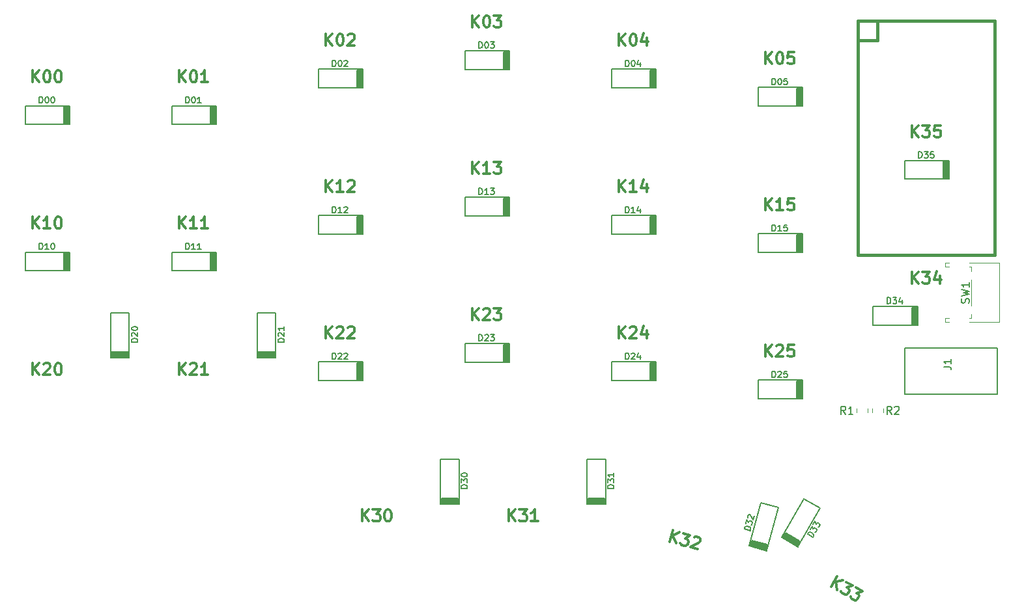
<source format=gto>
G04 #@! TF.GenerationSoftware,KiCad,Pcbnew,(5.0.2)-1*
G04 #@! TF.CreationDate,2019-10-01T11:10:32-07:00*
G04 #@! TF.ProjectId,alexshatesu,616c6578-7368-4617-9465-73752e6b6963,rev?*
G04 #@! TF.SameCoordinates,Original*
G04 #@! TF.FileFunction,Legend,Top*
G04 #@! TF.FilePolarity,Positive*
%FSLAX46Y46*%
G04 Gerber Fmt 4.6, Leading zero omitted, Abs format (unit mm)*
G04 Created by KiCad (PCBNEW (5.0.2)-1) date 2019-10-01 11:10:32 AM*
%MOMM*%
%LPD*%
G01*
G04 APERTURE LIST*
%ADD10C,0.381000*%
%ADD11C,0.150000*%
%ADD12C,0.200000*%
%ADD13C,0.120000*%
%ADD14C,0.304800*%
G04 APERTURE END LIST*
D10*
G04 #@! TO.C,U1*
X123190000Y2740000D02*
X105410000Y2740000D01*
X105410000Y2740000D02*
X105410000Y-27740000D01*
X105410000Y-27740000D02*
X123190000Y-27740000D01*
X123190000Y-27740000D02*
X123190000Y2740000D01*
X107950000Y2740000D02*
X107950000Y200000D01*
X107950000Y200000D02*
X105410000Y200000D01*
D11*
G04 #@! TO.C,J1*
X123540000Y-39862500D02*
X123540000Y-45862500D01*
X123540000Y-45862500D02*
X111540000Y-45862500D01*
X111540000Y-45862500D02*
X111540000Y-39862500D01*
X111540000Y-39862500D02*
X123540000Y-39862500D01*
D12*
G04 #@! TO.C,D00*
X3025000Y-8325000D02*
X3025000Y-10725000D01*
X3000000Y-10725000D02*
X-2800000Y-10725000D01*
X-2800000Y-10725000D02*
X-2800000Y-8325000D01*
X-2800000Y-8325000D02*
X3000000Y-8325000D01*
D11*
G36*
X2921000Y-10604500D02*
X2921000Y-8445500D01*
X2222500Y-8445500D01*
X2222500Y-10604500D01*
X2921000Y-10604500D01*
G37*
X2921000Y-10604500D02*
X2921000Y-8445500D01*
X2222500Y-8445500D01*
X2222500Y-10604500D01*
X2921000Y-10604500D01*
G04 #@! TO.C,D01*
G36*
X21971000Y-10604500D02*
X21971000Y-8445500D01*
X21272500Y-8445500D01*
X21272500Y-10604500D01*
X21971000Y-10604500D01*
G37*
X21971000Y-10604500D02*
X21971000Y-8445500D01*
X21272500Y-8445500D01*
X21272500Y-10604500D01*
X21971000Y-10604500D01*
D12*
X16250000Y-8325000D02*
X22050000Y-8325000D01*
X16250000Y-10725000D02*
X16250000Y-8325000D01*
X22050000Y-10725000D02*
X16250000Y-10725000D01*
X22075000Y-8325000D02*
X22075000Y-10725000D01*
G04 #@! TO.C,D02*
X41125000Y-3562500D02*
X41125000Y-5962500D01*
X41100000Y-5962500D02*
X35300000Y-5962500D01*
X35300000Y-5962500D02*
X35300000Y-3562500D01*
X35300000Y-3562500D02*
X41100000Y-3562500D01*
D11*
G36*
X41021000Y-5842000D02*
X41021000Y-3683000D01*
X40322500Y-3683000D01*
X40322500Y-5842000D01*
X41021000Y-5842000D01*
G37*
X41021000Y-5842000D02*
X41021000Y-3683000D01*
X40322500Y-3683000D01*
X40322500Y-5842000D01*
X41021000Y-5842000D01*
G04 #@! TO.C,D03*
G36*
X60071000Y-3460750D02*
X60071000Y-1301750D01*
X59372500Y-1301750D01*
X59372500Y-3460750D01*
X60071000Y-3460750D01*
G37*
X60071000Y-3460750D02*
X60071000Y-1301750D01*
X59372500Y-1301750D01*
X59372500Y-3460750D01*
X60071000Y-3460750D01*
D12*
X54350000Y-1181250D02*
X60150000Y-1181250D01*
X54350000Y-3581250D02*
X54350000Y-1181250D01*
X60150000Y-3581250D02*
X54350000Y-3581250D01*
X60175000Y-1181250D02*
X60175000Y-3581250D01*
G04 #@! TO.C,D04*
X79225000Y-3562500D02*
X79225000Y-5962500D01*
X79200000Y-5962500D02*
X73400000Y-5962500D01*
X73400000Y-5962500D02*
X73400000Y-3562500D01*
X73400000Y-3562500D02*
X79200000Y-3562500D01*
D11*
G36*
X79121000Y-5842000D02*
X79121000Y-3683000D01*
X78422500Y-3683000D01*
X78422500Y-5842000D01*
X79121000Y-5842000D01*
G37*
X79121000Y-5842000D02*
X79121000Y-3683000D01*
X78422500Y-3683000D01*
X78422500Y-5842000D01*
X79121000Y-5842000D01*
G04 #@! TO.C,D05*
G36*
X98171000Y-8223250D02*
X98171000Y-6064250D01*
X97472500Y-6064250D01*
X97472500Y-8223250D01*
X98171000Y-8223250D01*
G37*
X98171000Y-8223250D02*
X98171000Y-6064250D01*
X97472500Y-6064250D01*
X97472500Y-8223250D01*
X98171000Y-8223250D01*
D12*
X92450000Y-5943750D02*
X98250000Y-5943750D01*
X92450000Y-8343750D02*
X92450000Y-5943750D01*
X98250000Y-8343750D02*
X92450000Y-8343750D01*
X98275000Y-5943750D02*
X98275000Y-8343750D01*
D11*
G04 #@! TO.C,D10*
G36*
X2921000Y-29654500D02*
X2921000Y-27495500D01*
X2222500Y-27495500D01*
X2222500Y-29654500D01*
X2921000Y-29654500D01*
G37*
X2921000Y-29654500D02*
X2921000Y-27495500D01*
X2222500Y-27495500D01*
X2222500Y-29654500D01*
X2921000Y-29654500D01*
D12*
X-2800000Y-27375000D02*
X3000000Y-27375000D01*
X-2800000Y-29775000D02*
X-2800000Y-27375000D01*
X3000000Y-29775000D02*
X-2800000Y-29775000D01*
X3025000Y-27375000D02*
X3025000Y-29775000D01*
G04 #@! TO.C,D11*
X22075000Y-27375000D02*
X22075000Y-29775000D01*
X22050000Y-29775000D02*
X16250000Y-29775000D01*
X16250000Y-29775000D02*
X16250000Y-27375000D01*
X16250000Y-27375000D02*
X22050000Y-27375000D01*
D11*
G36*
X21971000Y-29654500D02*
X21971000Y-27495500D01*
X21272500Y-27495500D01*
X21272500Y-29654500D01*
X21971000Y-29654500D01*
G37*
X21971000Y-29654500D02*
X21971000Y-27495500D01*
X21272500Y-27495500D01*
X21272500Y-29654500D01*
X21971000Y-29654500D01*
G04 #@! TO.C,D12*
G36*
X41021000Y-24892000D02*
X41021000Y-22733000D01*
X40322500Y-22733000D01*
X40322500Y-24892000D01*
X41021000Y-24892000D01*
G37*
X41021000Y-24892000D02*
X41021000Y-22733000D01*
X40322500Y-22733000D01*
X40322500Y-24892000D01*
X41021000Y-24892000D01*
D12*
X35300000Y-22612500D02*
X41100000Y-22612500D01*
X35300000Y-25012500D02*
X35300000Y-22612500D01*
X41100000Y-25012500D02*
X35300000Y-25012500D01*
X41125000Y-22612500D02*
X41125000Y-25012500D01*
G04 #@! TO.C,D13*
X60175000Y-20231250D02*
X60175000Y-22631250D01*
X60150000Y-22631250D02*
X54350000Y-22631250D01*
X54350000Y-22631250D02*
X54350000Y-20231250D01*
X54350000Y-20231250D02*
X60150000Y-20231250D01*
D11*
G36*
X60071000Y-22510750D02*
X60071000Y-20351750D01*
X59372500Y-20351750D01*
X59372500Y-22510750D01*
X60071000Y-22510750D01*
G37*
X60071000Y-22510750D02*
X60071000Y-20351750D01*
X59372500Y-20351750D01*
X59372500Y-22510750D01*
X60071000Y-22510750D01*
G04 #@! TO.C,D14*
G36*
X79121000Y-24892000D02*
X79121000Y-22733000D01*
X78422500Y-22733000D01*
X78422500Y-24892000D01*
X79121000Y-24892000D01*
G37*
X79121000Y-24892000D02*
X79121000Y-22733000D01*
X78422500Y-22733000D01*
X78422500Y-24892000D01*
X79121000Y-24892000D01*
D12*
X73400000Y-22612500D02*
X79200000Y-22612500D01*
X73400000Y-25012500D02*
X73400000Y-22612500D01*
X79200000Y-25012500D02*
X73400000Y-25012500D01*
X79225000Y-22612500D02*
X79225000Y-25012500D01*
G04 #@! TO.C,D15*
X98275000Y-24993750D02*
X98275000Y-27393750D01*
X98250000Y-27393750D02*
X92450000Y-27393750D01*
X92450000Y-27393750D02*
X92450000Y-24993750D01*
X92450000Y-24993750D02*
X98250000Y-24993750D01*
D11*
G36*
X98171000Y-27273250D02*
X98171000Y-25114250D01*
X97472500Y-25114250D01*
X97472500Y-27273250D01*
X98171000Y-27273250D01*
G37*
X98171000Y-27273250D02*
X98171000Y-25114250D01*
X97472500Y-25114250D01*
X97472500Y-27273250D01*
X98171000Y-27273250D01*
G04 #@! TO.C,D20*
G36*
X8445500Y-41021000D02*
X10604500Y-41021000D01*
X10604500Y-40322500D01*
X8445500Y-40322500D01*
X8445500Y-41021000D01*
G37*
X8445500Y-41021000D02*
X10604500Y-41021000D01*
X10604500Y-40322500D01*
X8445500Y-40322500D01*
X8445500Y-41021000D01*
D12*
X10725000Y-35300000D02*
X10725000Y-41100000D01*
X8325000Y-35300000D02*
X10725000Y-35300000D01*
X8325000Y-41100000D02*
X8325000Y-35300000D01*
X10725000Y-41125000D02*
X8325000Y-41125000D01*
G04 #@! TO.C,D21*
X29775000Y-41125000D02*
X27375000Y-41125000D01*
X27375000Y-41100000D02*
X27375000Y-35300000D01*
X27375000Y-35300000D02*
X29775000Y-35300000D01*
X29775000Y-35300000D02*
X29775000Y-41100000D01*
D11*
G36*
X27495500Y-41021000D02*
X29654500Y-41021000D01*
X29654500Y-40322500D01*
X27495500Y-40322500D01*
X27495500Y-41021000D01*
G37*
X27495500Y-41021000D02*
X29654500Y-41021000D01*
X29654500Y-40322500D01*
X27495500Y-40322500D01*
X27495500Y-41021000D01*
G04 #@! TO.C,D22*
G36*
X41021000Y-43942000D02*
X41021000Y-41783000D01*
X40322500Y-41783000D01*
X40322500Y-43942000D01*
X41021000Y-43942000D01*
G37*
X41021000Y-43942000D02*
X41021000Y-41783000D01*
X40322500Y-41783000D01*
X40322500Y-43942000D01*
X41021000Y-43942000D01*
D12*
X35300000Y-41662500D02*
X41100000Y-41662500D01*
X35300000Y-44062500D02*
X35300000Y-41662500D01*
X41100000Y-44062500D02*
X35300000Y-44062500D01*
X41125000Y-41662500D02*
X41125000Y-44062500D01*
G04 #@! TO.C,D23*
X60175000Y-39281250D02*
X60175000Y-41681250D01*
X60150000Y-41681250D02*
X54350000Y-41681250D01*
X54350000Y-41681250D02*
X54350000Y-39281250D01*
X54350000Y-39281250D02*
X60150000Y-39281250D01*
D11*
G36*
X60071000Y-41560750D02*
X60071000Y-39401750D01*
X59372500Y-39401750D01*
X59372500Y-41560750D01*
X60071000Y-41560750D01*
G37*
X60071000Y-41560750D02*
X60071000Y-39401750D01*
X59372500Y-39401750D01*
X59372500Y-41560750D01*
X60071000Y-41560750D01*
G04 #@! TO.C,D24*
G36*
X79121000Y-43942000D02*
X79121000Y-41783000D01*
X78422500Y-41783000D01*
X78422500Y-43942000D01*
X79121000Y-43942000D01*
G37*
X79121000Y-43942000D02*
X79121000Y-41783000D01*
X78422500Y-41783000D01*
X78422500Y-43942000D01*
X79121000Y-43942000D01*
D12*
X73400000Y-41662500D02*
X79200000Y-41662500D01*
X73400000Y-44062500D02*
X73400000Y-41662500D01*
X79200000Y-44062500D02*
X73400000Y-44062500D01*
X79225000Y-41662500D02*
X79225000Y-44062500D01*
G04 #@! TO.C,D25*
X98275000Y-44043750D02*
X98275000Y-46443750D01*
X98250000Y-46443750D02*
X92450000Y-46443750D01*
X92450000Y-46443750D02*
X92450000Y-44043750D01*
X92450000Y-44043750D02*
X98250000Y-44043750D01*
D11*
G36*
X98171000Y-46323250D02*
X98171000Y-44164250D01*
X97472500Y-44164250D01*
X97472500Y-46323250D01*
X98171000Y-46323250D01*
G37*
X98171000Y-46323250D02*
X98171000Y-44164250D01*
X97472500Y-44164250D01*
X97472500Y-46323250D01*
X98171000Y-46323250D01*
G04 #@! TO.C,D30*
G36*
X51308000Y-60071000D02*
X53467000Y-60071000D01*
X53467000Y-59372500D01*
X51308000Y-59372500D01*
X51308000Y-60071000D01*
G37*
X51308000Y-60071000D02*
X53467000Y-60071000D01*
X53467000Y-59372500D01*
X51308000Y-59372500D01*
X51308000Y-60071000D01*
D12*
X53587500Y-54350000D02*
X53587500Y-60150000D01*
X51187500Y-54350000D02*
X53587500Y-54350000D01*
X51187500Y-60150000D02*
X51187500Y-54350000D01*
X53587500Y-60175000D02*
X51187500Y-60175000D01*
G04 #@! TO.C,D31*
X72637500Y-60175000D02*
X70237500Y-60175000D01*
X70237500Y-60150000D02*
X70237500Y-54350000D01*
X70237500Y-54350000D02*
X72637500Y-54350000D01*
X72637500Y-54350000D02*
X72637500Y-60150000D01*
D11*
G36*
X70358000Y-60071000D02*
X72517000Y-60071000D01*
X72517000Y-59372500D01*
X70358000Y-59372500D01*
X70358000Y-60071000D01*
G37*
X70358000Y-60071000D02*
X72517000Y-60071000D01*
X72517000Y-59372500D01*
X70358000Y-59372500D01*
X70358000Y-60071000D01*
G04 #@! TO.C,D32*
G36*
X91431273Y-65552074D02*
X93516706Y-66110864D01*
X93697492Y-65436165D01*
X91612058Y-64877375D01*
X91431273Y-65552074D01*
G37*
X91431273Y-65552074D02*
X93516706Y-66110864D01*
X93697492Y-65436165D01*
X91612058Y-64877375D01*
X91431273Y-65552074D01*
D12*
X95113804Y-60615992D02*
X93612654Y-66218360D01*
X92795582Y-59994825D02*
X95113804Y-60615992D01*
X91294432Y-65597195D02*
X92795582Y-59994825D01*
X93606183Y-66242508D02*
X91287961Y-65621343D01*
G04 #@! TO.C,D33*
X97606730Y-65729727D02*
X95528270Y-64529727D01*
X95540770Y-64508076D02*
X98440770Y-59485129D01*
X98440770Y-59485129D02*
X100519230Y-60685129D01*
X100519230Y-60685129D02*
X97619230Y-65708076D01*
D11*
G36*
X95684626Y-64499910D02*
X97554374Y-65579410D01*
X97903624Y-64974491D01*
X96033876Y-63894991D01*
X95684626Y-64499910D01*
G37*
X95684626Y-64499910D02*
X97554374Y-65579410D01*
X97903624Y-64974491D01*
X96033876Y-63894991D01*
X95684626Y-64499910D01*
G04 #@! TO.C,D34*
G36*
X113141000Y-36729500D02*
X113141000Y-34570500D01*
X112442500Y-34570500D01*
X112442500Y-36729500D01*
X113141000Y-36729500D01*
G37*
X113141000Y-36729500D02*
X113141000Y-34570500D01*
X112442500Y-34570500D01*
X112442500Y-36729500D01*
X113141000Y-36729500D01*
D12*
X107420000Y-34450000D02*
X113220000Y-34450000D01*
X107420000Y-36850000D02*
X107420000Y-34450000D01*
X113220000Y-36850000D02*
X107420000Y-36850000D01*
X113245000Y-34450000D02*
X113245000Y-36850000D01*
G04 #@! TO.C,D35*
X117325000Y-15468750D02*
X117325000Y-17868750D01*
X117300000Y-17868750D02*
X111500000Y-17868750D01*
X111500000Y-17868750D02*
X111500000Y-15468750D01*
X111500000Y-15468750D02*
X117300000Y-15468750D01*
D11*
G36*
X117221000Y-17748250D02*
X117221000Y-15589250D01*
X116522500Y-15589250D01*
X116522500Y-17748250D01*
X117221000Y-17748250D01*
G37*
X117221000Y-17748250D02*
X117221000Y-15589250D01*
X116522500Y-15589250D01*
X116522500Y-17748250D01*
X117221000Y-17748250D01*
D13*
G04 #@! TO.C,R1*
X106710000Y-47738748D02*
X106710000Y-48261252D01*
X105290000Y-47738748D02*
X105290000Y-48261252D01*
G04 #@! TO.C,R2*
X107290000Y-47738748D02*
X107290000Y-48261252D01*
X108710000Y-47738748D02*
X108710000Y-48261252D01*
G04 #@! TO.C,SW1*
X120150000Y-29310000D02*
X119920000Y-29310000D01*
X123820000Y-28790000D02*
X123820000Y-36510000D01*
X123820000Y-36510000D02*
X119920000Y-36510000D01*
X116810000Y-28790000D02*
X116810000Y-29310000D01*
X123820000Y-28790000D02*
X119920000Y-28790000D01*
X120150000Y-35990000D02*
X119920000Y-35990000D01*
X117320000Y-29310000D02*
X116810000Y-29310000D01*
X117320000Y-28790000D02*
X116810000Y-28790000D01*
X120150000Y-35450000D02*
X120150000Y-35990000D01*
X117320000Y-35990000D02*
X116810000Y-35990000D01*
X116810000Y-35990000D02*
X116810000Y-36510000D01*
X117320000Y-36510000D02*
X116810000Y-36510000D01*
X120150000Y-29310000D02*
X120150000Y-29850000D01*
X120150000Y-30950000D02*
X120150000Y-34350000D01*
G04 #@! TO.C,J1*
D11*
X116578880Y-42306833D02*
X117293166Y-42306833D01*
X117436023Y-42354452D01*
X117531261Y-42449690D01*
X117578880Y-42592547D01*
X117578880Y-42687785D01*
X117578880Y-41306833D02*
X117578880Y-41878261D01*
X117578880Y-41592547D02*
X116578880Y-41592547D01*
X116721738Y-41687785D01*
X116816976Y-41783023D01*
X116864595Y-41878261D01*
G04 #@! TO.C,D00*
X-971428Y-7961904D02*
X-971428Y-7161904D01*
X-780952Y-7161904D01*
X-666666Y-7200000D01*
X-590476Y-7276190D01*
X-552380Y-7352380D01*
X-514285Y-7504761D01*
X-514285Y-7619047D01*
X-552380Y-7771428D01*
X-590476Y-7847619D01*
X-666666Y-7923809D01*
X-780952Y-7961904D01*
X-971428Y-7961904D01*
X-19047Y-7161904D02*
X57142Y-7161904D01*
X133333Y-7200000D01*
X171428Y-7238095D01*
X209523Y-7314285D01*
X247619Y-7466666D01*
X247619Y-7657142D01*
X209523Y-7809523D01*
X171428Y-7885714D01*
X133333Y-7923809D01*
X57142Y-7961904D01*
X-19047Y-7961904D01*
X-95238Y-7923809D01*
X-133333Y-7885714D01*
X-171428Y-7809523D01*
X-209523Y-7657142D01*
X-209523Y-7466666D01*
X-171428Y-7314285D01*
X-133333Y-7238095D01*
X-95238Y-7200000D01*
X-19047Y-7161904D01*
X742857Y-7161904D02*
X819047Y-7161904D01*
X895238Y-7200000D01*
X933333Y-7238095D01*
X971428Y-7314285D01*
X1009523Y-7466666D01*
X1009523Y-7657142D01*
X971428Y-7809523D01*
X933333Y-7885714D01*
X895238Y-7923809D01*
X819047Y-7961904D01*
X742857Y-7961904D01*
X666666Y-7923809D01*
X628571Y-7885714D01*
X590476Y-7809523D01*
X552380Y-7657142D01*
X552380Y-7466666D01*
X590476Y-7314285D01*
X628571Y-7238095D01*
X666666Y-7200000D01*
X742857Y-7161904D01*
G04 #@! TO.C,D01*
X18078571Y-7961904D02*
X18078571Y-7161904D01*
X18269047Y-7161904D01*
X18383333Y-7200000D01*
X18459523Y-7276190D01*
X18497619Y-7352380D01*
X18535714Y-7504761D01*
X18535714Y-7619047D01*
X18497619Y-7771428D01*
X18459523Y-7847619D01*
X18383333Y-7923809D01*
X18269047Y-7961904D01*
X18078571Y-7961904D01*
X19030952Y-7161904D02*
X19107142Y-7161904D01*
X19183333Y-7200000D01*
X19221428Y-7238095D01*
X19259523Y-7314285D01*
X19297619Y-7466666D01*
X19297619Y-7657142D01*
X19259523Y-7809523D01*
X19221428Y-7885714D01*
X19183333Y-7923809D01*
X19107142Y-7961904D01*
X19030952Y-7961904D01*
X18954761Y-7923809D01*
X18916666Y-7885714D01*
X18878571Y-7809523D01*
X18840476Y-7657142D01*
X18840476Y-7466666D01*
X18878571Y-7314285D01*
X18916666Y-7238095D01*
X18954761Y-7200000D01*
X19030952Y-7161904D01*
X20059523Y-7961904D02*
X19602380Y-7961904D01*
X19830952Y-7961904D02*
X19830952Y-7161904D01*
X19754761Y-7276190D01*
X19678571Y-7352380D01*
X19602380Y-7390476D01*
G04 #@! TO.C,D02*
X37128571Y-3199404D02*
X37128571Y-2399404D01*
X37319047Y-2399404D01*
X37433333Y-2437500D01*
X37509523Y-2513690D01*
X37547619Y-2589880D01*
X37585714Y-2742261D01*
X37585714Y-2856547D01*
X37547619Y-3008928D01*
X37509523Y-3085119D01*
X37433333Y-3161309D01*
X37319047Y-3199404D01*
X37128571Y-3199404D01*
X38080952Y-2399404D02*
X38157142Y-2399404D01*
X38233333Y-2437500D01*
X38271428Y-2475595D01*
X38309523Y-2551785D01*
X38347619Y-2704166D01*
X38347619Y-2894642D01*
X38309523Y-3047023D01*
X38271428Y-3123214D01*
X38233333Y-3161309D01*
X38157142Y-3199404D01*
X38080952Y-3199404D01*
X38004761Y-3161309D01*
X37966666Y-3123214D01*
X37928571Y-3047023D01*
X37890476Y-2894642D01*
X37890476Y-2704166D01*
X37928571Y-2551785D01*
X37966666Y-2475595D01*
X38004761Y-2437500D01*
X38080952Y-2399404D01*
X38652380Y-2475595D02*
X38690476Y-2437500D01*
X38766666Y-2399404D01*
X38957142Y-2399404D01*
X39033333Y-2437500D01*
X39071428Y-2475595D01*
X39109523Y-2551785D01*
X39109523Y-2627976D01*
X39071428Y-2742261D01*
X38614285Y-3199404D01*
X39109523Y-3199404D01*
G04 #@! TO.C,D03*
X56178571Y-818154D02*
X56178571Y-18154D01*
X56369047Y-18154D01*
X56483333Y-56250D01*
X56559523Y-132440D01*
X56597619Y-208630D01*
X56635714Y-361011D01*
X56635714Y-475297D01*
X56597619Y-627678D01*
X56559523Y-703869D01*
X56483333Y-780059D01*
X56369047Y-818154D01*
X56178571Y-818154D01*
X57130952Y-18154D02*
X57207142Y-18154D01*
X57283333Y-56250D01*
X57321428Y-94345D01*
X57359523Y-170535D01*
X57397619Y-322916D01*
X57397619Y-513392D01*
X57359523Y-665773D01*
X57321428Y-741964D01*
X57283333Y-780059D01*
X57207142Y-818154D01*
X57130952Y-818154D01*
X57054761Y-780059D01*
X57016666Y-741964D01*
X56978571Y-665773D01*
X56940476Y-513392D01*
X56940476Y-322916D01*
X56978571Y-170535D01*
X57016666Y-94345D01*
X57054761Y-56250D01*
X57130952Y-18154D01*
X57664285Y-18154D02*
X58159523Y-18154D01*
X57892857Y-322916D01*
X58007142Y-322916D01*
X58083333Y-361011D01*
X58121428Y-399107D01*
X58159523Y-475297D01*
X58159523Y-665773D01*
X58121428Y-741964D01*
X58083333Y-780059D01*
X58007142Y-818154D01*
X57778571Y-818154D01*
X57702380Y-780059D01*
X57664285Y-741964D01*
G04 #@! TO.C,D04*
X75228571Y-3199404D02*
X75228571Y-2399404D01*
X75419047Y-2399404D01*
X75533333Y-2437500D01*
X75609523Y-2513690D01*
X75647619Y-2589880D01*
X75685714Y-2742261D01*
X75685714Y-2856547D01*
X75647619Y-3008928D01*
X75609523Y-3085119D01*
X75533333Y-3161309D01*
X75419047Y-3199404D01*
X75228571Y-3199404D01*
X76180952Y-2399404D02*
X76257142Y-2399404D01*
X76333333Y-2437500D01*
X76371428Y-2475595D01*
X76409523Y-2551785D01*
X76447619Y-2704166D01*
X76447619Y-2894642D01*
X76409523Y-3047023D01*
X76371428Y-3123214D01*
X76333333Y-3161309D01*
X76257142Y-3199404D01*
X76180952Y-3199404D01*
X76104761Y-3161309D01*
X76066666Y-3123214D01*
X76028571Y-3047023D01*
X75990476Y-2894642D01*
X75990476Y-2704166D01*
X76028571Y-2551785D01*
X76066666Y-2475595D01*
X76104761Y-2437500D01*
X76180952Y-2399404D01*
X77133333Y-2666071D02*
X77133333Y-3199404D01*
X76942857Y-2361309D02*
X76752380Y-2932738D01*
X77247619Y-2932738D01*
G04 #@! TO.C,D05*
X94278571Y-5580654D02*
X94278571Y-4780654D01*
X94469047Y-4780654D01*
X94583333Y-4818750D01*
X94659523Y-4894940D01*
X94697619Y-4971130D01*
X94735714Y-5123511D01*
X94735714Y-5237797D01*
X94697619Y-5390178D01*
X94659523Y-5466369D01*
X94583333Y-5542559D01*
X94469047Y-5580654D01*
X94278571Y-5580654D01*
X95230952Y-4780654D02*
X95307142Y-4780654D01*
X95383333Y-4818750D01*
X95421428Y-4856845D01*
X95459523Y-4933035D01*
X95497619Y-5085416D01*
X95497619Y-5275892D01*
X95459523Y-5428273D01*
X95421428Y-5504464D01*
X95383333Y-5542559D01*
X95307142Y-5580654D01*
X95230952Y-5580654D01*
X95154761Y-5542559D01*
X95116666Y-5504464D01*
X95078571Y-5428273D01*
X95040476Y-5275892D01*
X95040476Y-5085416D01*
X95078571Y-4933035D01*
X95116666Y-4856845D01*
X95154761Y-4818750D01*
X95230952Y-4780654D01*
X96221428Y-4780654D02*
X95840476Y-4780654D01*
X95802380Y-5161607D01*
X95840476Y-5123511D01*
X95916666Y-5085416D01*
X96107142Y-5085416D01*
X96183333Y-5123511D01*
X96221428Y-5161607D01*
X96259523Y-5237797D01*
X96259523Y-5428273D01*
X96221428Y-5504464D01*
X96183333Y-5542559D01*
X96107142Y-5580654D01*
X95916666Y-5580654D01*
X95840476Y-5542559D01*
X95802380Y-5504464D01*
G04 #@! TO.C,D10*
X-971428Y-27011904D02*
X-971428Y-26211904D01*
X-780952Y-26211904D01*
X-666666Y-26250000D01*
X-590476Y-26326190D01*
X-552380Y-26402380D01*
X-514285Y-26554761D01*
X-514285Y-26669047D01*
X-552380Y-26821428D01*
X-590476Y-26897619D01*
X-666666Y-26973809D01*
X-780952Y-27011904D01*
X-971428Y-27011904D01*
X247619Y-27011904D02*
X-209523Y-27011904D01*
X19047Y-27011904D02*
X19047Y-26211904D01*
X-57142Y-26326190D01*
X-133333Y-26402380D01*
X-209523Y-26440476D01*
X742857Y-26211904D02*
X819047Y-26211904D01*
X895238Y-26250000D01*
X933333Y-26288095D01*
X971428Y-26364285D01*
X1009523Y-26516666D01*
X1009523Y-26707142D01*
X971428Y-26859523D01*
X933333Y-26935714D01*
X895238Y-26973809D01*
X819047Y-27011904D01*
X742857Y-27011904D01*
X666666Y-26973809D01*
X628571Y-26935714D01*
X590476Y-26859523D01*
X552380Y-26707142D01*
X552380Y-26516666D01*
X590476Y-26364285D01*
X628571Y-26288095D01*
X666666Y-26250000D01*
X742857Y-26211904D01*
G04 #@! TO.C,D11*
X18078571Y-27011904D02*
X18078571Y-26211904D01*
X18269047Y-26211904D01*
X18383333Y-26250000D01*
X18459523Y-26326190D01*
X18497619Y-26402380D01*
X18535714Y-26554761D01*
X18535714Y-26669047D01*
X18497619Y-26821428D01*
X18459523Y-26897619D01*
X18383333Y-26973809D01*
X18269047Y-27011904D01*
X18078571Y-27011904D01*
X19297619Y-27011904D02*
X18840476Y-27011904D01*
X19069047Y-27011904D02*
X19069047Y-26211904D01*
X18992857Y-26326190D01*
X18916666Y-26402380D01*
X18840476Y-26440476D01*
X20059523Y-27011904D02*
X19602380Y-27011904D01*
X19830952Y-27011904D02*
X19830952Y-26211904D01*
X19754761Y-26326190D01*
X19678571Y-26402380D01*
X19602380Y-26440476D01*
G04 #@! TO.C,D12*
X37128571Y-22249404D02*
X37128571Y-21449404D01*
X37319047Y-21449404D01*
X37433333Y-21487500D01*
X37509523Y-21563690D01*
X37547619Y-21639880D01*
X37585714Y-21792261D01*
X37585714Y-21906547D01*
X37547619Y-22058928D01*
X37509523Y-22135119D01*
X37433333Y-22211309D01*
X37319047Y-22249404D01*
X37128571Y-22249404D01*
X38347619Y-22249404D02*
X37890476Y-22249404D01*
X38119047Y-22249404D02*
X38119047Y-21449404D01*
X38042857Y-21563690D01*
X37966666Y-21639880D01*
X37890476Y-21677976D01*
X38652380Y-21525595D02*
X38690476Y-21487500D01*
X38766666Y-21449404D01*
X38957142Y-21449404D01*
X39033333Y-21487500D01*
X39071428Y-21525595D01*
X39109523Y-21601785D01*
X39109523Y-21677976D01*
X39071428Y-21792261D01*
X38614285Y-22249404D01*
X39109523Y-22249404D01*
G04 #@! TO.C,D13*
X56178571Y-19868154D02*
X56178571Y-19068154D01*
X56369047Y-19068154D01*
X56483333Y-19106250D01*
X56559523Y-19182440D01*
X56597619Y-19258630D01*
X56635714Y-19411011D01*
X56635714Y-19525297D01*
X56597619Y-19677678D01*
X56559523Y-19753869D01*
X56483333Y-19830059D01*
X56369047Y-19868154D01*
X56178571Y-19868154D01*
X57397619Y-19868154D02*
X56940476Y-19868154D01*
X57169047Y-19868154D02*
X57169047Y-19068154D01*
X57092857Y-19182440D01*
X57016666Y-19258630D01*
X56940476Y-19296726D01*
X57664285Y-19068154D02*
X58159523Y-19068154D01*
X57892857Y-19372916D01*
X58007142Y-19372916D01*
X58083333Y-19411011D01*
X58121428Y-19449107D01*
X58159523Y-19525297D01*
X58159523Y-19715773D01*
X58121428Y-19791964D01*
X58083333Y-19830059D01*
X58007142Y-19868154D01*
X57778571Y-19868154D01*
X57702380Y-19830059D01*
X57664285Y-19791964D01*
G04 #@! TO.C,D14*
X75228571Y-22249404D02*
X75228571Y-21449404D01*
X75419047Y-21449404D01*
X75533333Y-21487500D01*
X75609523Y-21563690D01*
X75647619Y-21639880D01*
X75685714Y-21792261D01*
X75685714Y-21906547D01*
X75647619Y-22058928D01*
X75609523Y-22135119D01*
X75533333Y-22211309D01*
X75419047Y-22249404D01*
X75228571Y-22249404D01*
X76447619Y-22249404D02*
X75990476Y-22249404D01*
X76219047Y-22249404D02*
X76219047Y-21449404D01*
X76142857Y-21563690D01*
X76066666Y-21639880D01*
X75990476Y-21677976D01*
X77133333Y-21716071D02*
X77133333Y-22249404D01*
X76942857Y-21411309D02*
X76752380Y-21982738D01*
X77247619Y-21982738D01*
G04 #@! TO.C,D15*
X94278571Y-24630654D02*
X94278571Y-23830654D01*
X94469047Y-23830654D01*
X94583333Y-23868750D01*
X94659523Y-23944940D01*
X94697619Y-24021130D01*
X94735714Y-24173511D01*
X94735714Y-24287797D01*
X94697619Y-24440178D01*
X94659523Y-24516369D01*
X94583333Y-24592559D01*
X94469047Y-24630654D01*
X94278571Y-24630654D01*
X95497619Y-24630654D02*
X95040476Y-24630654D01*
X95269047Y-24630654D02*
X95269047Y-23830654D01*
X95192857Y-23944940D01*
X95116666Y-24021130D01*
X95040476Y-24059226D01*
X96221428Y-23830654D02*
X95840476Y-23830654D01*
X95802380Y-24211607D01*
X95840476Y-24173511D01*
X95916666Y-24135416D01*
X96107142Y-24135416D01*
X96183333Y-24173511D01*
X96221428Y-24211607D01*
X96259523Y-24287797D01*
X96259523Y-24478273D01*
X96221428Y-24554464D01*
X96183333Y-24592559D01*
X96107142Y-24630654D01*
X95916666Y-24630654D01*
X95840476Y-24592559D01*
X95802380Y-24554464D01*
G04 #@! TO.C,D20*
X11811904Y-39071428D02*
X11011904Y-39071428D01*
X11011904Y-38880952D01*
X11050000Y-38766666D01*
X11126190Y-38690476D01*
X11202380Y-38652380D01*
X11354761Y-38614285D01*
X11469047Y-38614285D01*
X11621428Y-38652380D01*
X11697619Y-38690476D01*
X11773809Y-38766666D01*
X11811904Y-38880952D01*
X11811904Y-39071428D01*
X11088095Y-38309523D02*
X11050000Y-38271428D01*
X11011904Y-38195238D01*
X11011904Y-38004761D01*
X11050000Y-37928571D01*
X11088095Y-37890476D01*
X11164285Y-37852380D01*
X11240476Y-37852380D01*
X11354761Y-37890476D01*
X11811904Y-38347619D01*
X11811904Y-37852380D01*
X11011904Y-37357142D02*
X11011904Y-37280952D01*
X11050000Y-37204761D01*
X11088095Y-37166666D01*
X11164285Y-37128571D01*
X11316666Y-37090476D01*
X11507142Y-37090476D01*
X11659523Y-37128571D01*
X11735714Y-37166666D01*
X11773809Y-37204761D01*
X11811904Y-37280952D01*
X11811904Y-37357142D01*
X11773809Y-37433333D01*
X11735714Y-37471428D01*
X11659523Y-37509523D01*
X11507142Y-37547619D01*
X11316666Y-37547619D01*
X11164285Y-37509523D01*
X11088095Y-37471428D01*
X11050000Y-37433333D01*
X11011904Y-37357142D01*
G04 #@! TO.C,D21*
X30861904Y-39071428D02*
X30061904Y-39071428D01*
X30061904Y-38880952D01*
X30100000Y-38766666D01*
X30176190Y-38690476D01*
X30252380Y-38652380D01*
X30404761Y-38614285D01*
X30519047Y-38614285D01*
X30671428Y-38652380D01*
X30747619Y-38690476D01*
X30823809Y-38766666D01*
X30861904Y-38880952D01*
X30861904Y-39071428D01*
X30138095Y-38309523D02*
X30100000Y-38271428D01*
X30061904Y-38195238D01*
X30061904Y-38004761D01*
X30100000Y-37928571D01*
X30138095Y-37890476D01*
X30214285Y-37852380D01*
X30290476Y-37852380D01*
X30404761Y-37890476D01*
X30861904Y-38347619D01*
X30861904Y-37852380D01*
X30861904Y-37090476D02*
X30861904Y-37547619D01*
X30861904Y-37319047D02*
X30061904Y-37319047D01*
X30176190Y-37395238D01*
X30252380Y-37471428D01*
X30290476Y-37547619D01*
G04 #@! TO.C,D22*
X37128571Y-41299404D02*
X37128571Y-40499404D01*
X37319047Y-40499404D01*
X37433333Y-40537500D01*
X37509523Y-40613690D01*
X37547619Y-40689880D01*
X37585714Y-40842261D01*
X37585714Y-40956547D01*
X37547619Y-41108928D01*
X37509523Y-41185119D01*
X37433333Y-41261309D01*
X37319047Y-41299404D01*
X37128571Y-41299404D01*
X37890476Y-40575595D02*
X37928571Y-40537500D01*
X38004761Y-40499404D01*
X38195238Y-40499404D01*
X38271428Y-40537500D01*
X38309523Y-40575595D01*
X38347619Y-40651785D01*
X38347619Y-40727976D01*
X38309523Y-40842261D01*
X37852380Y-41299404D01*
X38347619Y-41299404D01*
X38652380Y-40575595D02*
X38690476Y-40537500D01*
X38766666Y-40499404D01*
X38957142Y-40499404D01*
X39033333Y-40537500D01*
X39071428Y-40575595D01*
X39109523Y-40651785D01*
X39109523Y-40727976D01*
X39071428Y-40842261D01*
X38614285Y-41299404D01*
X39109523Y-41299404D01*
G04 #@! TO.C,D23*
X56178571Y-38918154D02*
X56178571Y-38118154D01*
X56369047Y-38118154D01*
X56483333Y-38156250D01*
X56559523Y-38232440D01*
X56597619Y-38308630D01*
X56635714Y-38461011D01*
X56635714Y-38575297D01*
X56597619Y-38727678D01*
X56559523Y-38803869D01*
X56483333Y-38880059D01*
X56369047Y-38918154D01*
X56178571Y-38918154D01*
X56940476Y-38194345D02*
X56978571Y-38156250D01*
X57054761Y-38118154D01*
X57245238Y-38118154D01*
X57321428Y-38156250D01*
X57359523Y-38194345D01*
X57397619Y-38270535D01*
X57397619Y-38346726D01*
X57359523Y-38461011D01*
X56902380Y-38918154D01*
X57397619Y-38918154D01*
X57664285Y-38118154D02*
X58159523Y-38118154D01*
X57892857Y-38422916D01*
X58007142Y-38422916D01*
X58083333Y-38461011D01*
X58121428Y-38499107D01*
X58159523Y-38575297D01*
X58159523Y-38765773D01*
X58121428Y-38841964D01*
X58083333Y-38880059D01*
X58007142Y-38918154D01*
X57778571Y-38918154D01*
X57702380Y-38880059D01*
X57664285Y-38841964D01*
G04 #@! TO.C,D24*
X75228571Y-41299404D02*
X75228571Y-40499404D01*
X75419047Y-40499404D01*
X75533333Y-40537500D01*
X75609523Y-40613690D01*
X75647619Y-40689880D01*
X75685714Y-40842261D01*
X75685714Y-40956547D01*
X75647619Y-41108928D01*
X75609523Y-41185119D01*
X75533333Y-41261309D01*
X75419047Y-41299404D01*
X75228571Y-41299404D01*
X75990476Y-40575595D02*
X76028571Y-40537500D01*
X76104761Y-40499404D01*
X76295238Y-40499404D01*
X76371428Y-40537500D01*
X76409523Y-40575595D01*
X76447619Y-40651785D01*
X76447619Y-40727976D01*
X76409523Y-40842261D01*
X75952380Y-41299404D01*
X76447619Y-41299404D01*
X77133333Y-40766071D02*
X77133333Y-41299404D01*
X76942857Y-40461309D02*
X76752380Y-41032738D01*
X77247619Y-41032738D01*
G04 #@! TO.C,D25*
X94278571Y-43680654D02*
X94278571Y-42880654D01*
X94469047Y-42880654D01*
X94583333Y-42918750D01*
X94659523Y-42994940D01*
X94697619Y-43071130D01*
X94735714Y-43223511D01*
X94735714Y-43337797D01*
X94697619Y-43490178D01*
X94659523Y-43566369D01*
X94583333Y-43642559D01*
X94469047Y-43680654D01*
X94278571Y-43680654D01*
X95040476Y-42956845D02*
X95078571Y-42918750D01*
X95154761Y-42880654D01*
X95345238Y-42880654D01*
X95421428Y-42918750D01*
X95459523Y-42956845D01*
X95497619Y-43033035D01*
X95497619Y-43109226D01*
X95459523Y-43223511D01*
X95002380Y-43680654D01*
X95497619Y-43680654D01*
X96221428Y-42880654D02*
X95840476Y-42880654D01*
X95802380Y-43261607D01*
X95840476Y-43223511D01*
X95916666Y-43185416D01*
X96107142Y-43185416D01*
X96183333Y-43223511D01*
X96221428Y-43261607D01*
X96259523Y-43337797D01*
X96259523Y-43528273D01*
X96221428Y-43604464D01*
X96183333Y-43642559D01*
X96107142Y-43680654D01*
X95916666Y-43680654D01*
X95840476Y-43642559D01*
X95802380Y-43604464D01*
G04 #@! TO.C,D30*
X54674404Y-58121428D02*
X53874404Y-58121428D01*
X53874404Y-57930952D01*
X53912500Y-57816666D01*
X53988690Y-57740476D01*
X54064880Y-57702380D01*
X54217261Y-57664285D01*
X54331547Y-57664285D01*
X54483928Y-57702380D01*
X54560119Y-57740476D01*
X54636309Y-57816666D01*
X54674404Y-57930952D01*
X54674404Y-58121428D01*
X53874404Y-57397619D02*
X53874404Y-56902380D01*
X54179166Y-57169047D01*
X54179166Y-57054761D01*
X54217261Y-56978571D01*
X54255357Y-56940476D01*
X54331547Y-56902380D01*
X54522023Y-56902380D01*
X54598214Y-56940476D01*
X54636309Y-56978571D01*
X54674404Y-57054761D01*
X54674404Y-57283333D01*
X54636309Y-57359523D01*
X54598214Y-57397619D01*
X53874404Y-56407142D02*
X53874404Y-56330952D01*
X53912500Y-56254761D01*
X53950595Y-56216666D01*
X54026785Y-56178571D01*
X54179166Y-56140476D01*
X54369642Y-56140476D01*
X54522023Y-56178571D01*
X54598214Y-56216666D01*
X54636309Y-56254761D01*
X54674404Y-56330952D01*
X54674404Y-56407142D01*
X54636309Y-56483333D01*
X54598214Y-56521428D01*
X54522023Y-56559523D01*
X54369642Y-56597619D01*
X54179166Y-56597619D01*
X54026785Y-56559523D01*
X53950595Y-56521428D01*
X53912500Y-56483333D01*
X53874404Y-56407142D01*
G04 #@! TO.C,D31*
X73724404Y-58121428D02*
X72924404Y-58121428D01*
X72924404Y-57930952D01*
X72962500Y-57816666D01*
X73038690Y-57740476D01*
X73114880Y-57702380D01*
X73267261Y-57664285D01*
X73381547Y-57664285D01*
X73533928Y-57702380D01*
X73610119Y-57740476D01*
X73686309Y-57816666D01*
X73724404Y-57930952D01*
X73724404Y-58121428D01*
X72924404Y-57397619D02*
X72924404Y-56902380D01*
X73229166Y-57169047D01*
X73229166Y-57054761D01*
X73267261Y-56978571D01*
X73305357Y-56940476D01*
X73381547Y-56902380D01*
X73572023Y-56902380D01*
X73648214Y-56940476D01*
X73686309Y-56978571D01*
X73724404Y-57054761D01*
X73724404Y-57283333D01*
X73686309Y-57359523D01*
X73648214Y-57397619D01*
X73724404Y-56140476D02*
X73724404Y-56597619D01*
X73724404Y-56369047D02*
X72924404Y-56369047D01*
X73038690Y-56445238D01*
X73114880Y-56521428D01*
X73152976Y-56597619D01*
G04 #@! TO.C,D32*
X91438148Y-63631995D02*
X90665408Y-63424940D01*
X90714707Y-63240954D01*
X90781083Y-63140422D01*
X90874397Y-63086548D01*
X90957851Y-63069470D01*
X91114900Y-63072112D01*
X91225291Y-63101691D01*
X91362620Y-63177928D01*
X91426355Y-63234444D01*
X91480229Y-63327758D01*
X91487447Y-63448009D01*
X91438148Y-63631995D01*
X90852743Y-62725794D02*
X90980921Y-62247430D01*
X91206280Y-62583889D01*
X91235859Y-62473497D01*
X91292376Y-62409763D01*
X91339032Y-62382825D01*
X91422487Y-62365748D01*
X91606472Y-62415047D01*
X91670207Y-62471563D01*
X91697144Y-62518220D01*
X91714222Y-62601674D01*
X91655063Y-62822457D01*
X91598547Y-62886192D01*
X91551890Y-62913129D01*
X91133393Y-61972773D02*
X91106456Y-61926116D01*
X91089378Y-61842662D01*
X91138677Y-61658676D01*
X91195194Y-61594941D01*
X91241851Y-61568004D01*
X91325305Y-61550926D01*
X91398899Y-61570646D01*
X91499431Y-61637022D01*
X91822680Y-62196905D01*
X91950857Y-61718542D01*
G04 #@! TO.C,D33*
X99574803Y-64494734D02*
X98881983Y-64094734D01*
X98977221Y-63929776D01*
X99067355Y-63849850D01*
X99171433Y-63821962D01*
X99256464Y-63827066D01*
X99407477Y-63870265D01*
X99506451Y-63927408D01*
X99619370Y-64036590D01*
X99666305Y-64107676D01*
X99694192Y-64211755D01*
X99670041Y-64329776D01*
X99574803Y-64494734D01*
X99243887Y-63467896D02*
X99491506Y-63039007D01*
X99622105Y-63422329D01*
X99679247Y-63323354D01*
X99750334Y-63276419D01*
X99802373Y-63262475D01*
X99887404Y-63267579D01*
X100052361Y-63362817D01*
X100099296Y-63433904D01*
X100113240Y-63485943D01*
X100108136Y-63570973D01*
X99993851Y-63768922D01*
X99922764Y-63815857D01*
X99870725Y-63829801D01*
X99624840Y-62808067D02*
X99872459Y-62379179D01*
X100003057Y-62762500D01*
X100060200Y-62663525D01*
X100131287Y-62616590D01*
X100183326Y-62602646D01*
X100268356Y-62607750D01*
X100433313Y-62702988D01*
X100480249Y-62774075D01*
X100494192Y-62826114D01*
X100489089Y-62911144D01*
X100374803Y-63109093D01*
X100303716Y-63156028D01*
X100251677Y-63169972D01*
G04 #@! TO.C,D34*
X109248571Y-34086904D02*
X109248571Y-33286904D01*
X109439047Y-33286904D01*
X109553333Y-33325000D01*
X109629523Y-33401190D01*
X109667619Y-33477380D01*
X109705714Y-33629761D01*
X109705714Y-33744047D01*
X109667619Y-33896428D01*
X109629523Y-33972619D01*
X109553333Y-34048809D01*
X109439047Y-34086904D01*
X109248571Y-34086904D01*
X109972380Y-33286904D02*
X110467619Y-33286904D01*
X110200952Y-33591666D01*
X110315238Y-33591666D01*
X110391428Y-33629761D01*
X110429523Y-33667857D01*
X110467619Y-33744047D01*
X110467619Y-33934523D01*
X110429523Y-34010714D01*
X110391428Y-34048809D01*
X110315238Y-34086904D01*
X110086666Y-34086904D01*
X110010476Y-34048809D01*
X109972380Y-34010714D01*
X111153333Y-33553571D02*
X111153333Y-34086904D01*
X110962857Y-33248809D02*
X110772380Y-33820238D01*
X111267619Y-33820238D01*
G04 #@! TO.C,D35*
X113328571Y-15105654D02*
X113328571Y-14305654D01*
X113519047Y-14305654D01*
X113633333Y-14343750D01*
X113709523Y-14419940D01*
X113747619Y-14496130D01*
X113785714Y-14648511D01*
X113785714Y-14762797D01*
X113747619Y-14915178D01*
X113709523Y-14991369D01*
X113633333Y-15067559D01*
X113519047Y-15105654D01*
X113328571Y-15105654D01*
X114052380Y-14305654D02*
X114547619Y-14305654D01*
X114280952Y-14610416D01*
X114395238Y-14610416D01*
X114471428Y-14648511D01*
X114509523Y-14686607D01*
X114547619Y-14762797D01*
X114547619Y-14953273D01*
X114509523Y-15029464D01*
X114471428Y-15067559D01*
X114395238Y-15105654D01*
X114166666Y-15105654D01*
X114090476Y-15067559D01*
X114052380Y-15029464D01*
X115271428Y-14305654D02*
X114890476Y-14305654D01*
X114852380Y-14686607D01*
X114890476Y-14648511D01*
X114966666Y-14610416D01*
X115157142Y-14610416D01*
X115233333Y-14648511D01*
X115271428Y-14686607D01*
X115309523Y-14762797D01*
X115309523Y-14953273D01*
X115271428Y-15029464D01*
X115233333Y-15067559D01*
X115157142Y-15105654D01*
X114966666Y-15105654D01*
X114890476Y-15067559D01*
X114852380Y-15029464D01*
G04 #@! TO.C,K00*
D14*
X-1850571Y-5261428D02*
X-1850571Y-3737428D01*
X-979714Y-5261428D02*
X-1632857Y-4390571D01*
X-979714Y-3737428D02*
X-1850571Y-4608285D01*
X-36285Y-3737428D02*
X108857Y-3737428D01*
X254000Y-3810000D01*
X326571Y-3882571D01*
X399142Y-4027714D01*
X471714Y-4318000D01*
X471714Y-4680857D01*
X399142Y-4971142D01*
X326571Y-5116285D01*
X254000Y-5188857D01*
X108857Y-5261428D01*
X-36285Y-5261428D01*
X-181428Y-5188857D01*
X-253999Y-5116285D01*
X-326571Y-4971142D01*
X-399142Y-4680857D01*
X-399142Y-4318000D01*
X-326571Y-4027714D01*
X-253999Y-3882571D01*
X-181428Y-3810000D01*
X-36285Y-3737428D01*
X1415142Y-3737428D02*
X1560285Y-3737428D01*
X1705428Y-3810000D01*
X1778000Y-3882571D01*
X1850571Y-4027714D01*
X1923142Y-4318000D01*
X1923142Y-4680857D01*
X1850571Y-4971142D01*
X1778000Y-5116285D01*
X1705428Y-5188857D01*
X1560285Y-5261428D01*
X1415142Y-5261428D01*
X1270000Y-5188857D01*
X1197428Y-5116285D01*
X1124857Y-4971142D01*
X1052285Y-4680857D01*
X1052285Y-4318000D01*
X1124857Y-4027714D01*
X1197428Y-3882571D01*
X1270000Y-3810000D01*
X1415142Y-3737428D01*
G04 #@! TO.C,K01*
X17199428Y-5261428D02*
X17199428Y-3737428D01*
X18070285Y-5261428D02*
X17417142Y-4390571D01*
X18070285Y-3737428D02*
X17199428Y-4608285D01*
X19013714Y-3737428D02*
X19158857Y-3737428D01*
X19304000Y-3810000D01*
X19376571Y-3882571D01*
X19449142Y-4027714D01*
X19521714Y-4318000D01*
X19521714Y-4680857D01*
X19449142Y-4971142D01*
X19376571Y-5116285D01*
X19304000Y-5188857D01*
X19158857Y-5261428D01*
X19013714Y-5261428D01*
X18868571Y-5188857D01*
X18796000Y-5116285D01*
X18723428Y-4971142D01*
X18650857Y-4680857D01*
X18650857Y-4318000D01*
X18723428Y-4027714D01*
X18796000Y-3882571D01*
X18868571Y-3810000D01*
X19013714Y-3737428D01*
X20973142Y-5261428D02*
X20102285Y-5261428D01*
X20537714Y-5261428D02*
X20537714Y-3737428D01*
X20392571Y-3955142D01*
X20247428Y-4100285D01*
X20102285Y-4172857D01*
G04 #@! TO.C,K02*
X36249428Y-498928D02*
X36249428Y1025071D01*
X37120285Y-498928D02*
X36467142Y371928D01*
X37120285Y1025071D02*
X36249428Y154214D01*
X38063714Y1025071D02*
X38208857Y1025071D01*
X38354000Y952500D01*
X38426571Y879928D01*
X38499142Y734785D01*
X38571714Y444500D01*
X38571714Y81642D01*
X38499142Y-208642D01*
X38426571Y-353785D01*
X38354000Y-426357D01*
X38208857Y-498928D01*
X38063714Y-498928D01*
X37918571Y-426357D01*
X37846000Y-353785D01*
X37773428Y-208642D01*
X37700857Y81642D01*
X37700857Y444500D01*
X37773428Y734785D01*
X37846000Y879928D01*
X37918571Y952500D01*
X38063714Y1025071D01*
X39152285Y879928D02*
X39224857Y952500D01*
X39370000Y1025071D01*
X39732857Y1025071D01*
X39878000Y952500D01*
X39950571Y879928D01*
X40023142Y734785D01*
X40023142Y589642D01*
X39950571Y371928D01*
X39079714Y-498928D01*
X40023142Y-498928D01*
G04 #@! TO.C,K03*
X55299428Y1882321D02*
X55299428Y3406321D01*
X56170285Y1882321D02*
X55517142Y2753178D01*
X56170285Y3406321D02*
X55299428Y2535464D01*
X57113714Y3406321D02*
X57258857Y3406321D01*
X57404000Y3333750D01*
X57476571Y3261178D01*
X57549142Y3116035D01*
X57621714Y2825750D01*
X57621714Y2462892D01*
X57549142Y2172607D01*
X57476571Y2027464D01*
X57404000Y1954892D01*
X57258857Y1882321D01*
X57113714Y1882321D01*
X56968571Y1954892D01*
X56896000Y2027464D01*
X56823428Y2172607D01*
X56750857Y2462892D01*
X56750857Y2825750D01*
X56823428Y3116035D01*
X56896000Y3261178D01*
X56968571Y3333750D01*
X57113714Y3406321D01*
X58129714Y3406321D02*
X59073142Y3406321D01*
X58565142Y2825750D01*
X58782857Y2825750D01*
X58928000Y2753178D01*
X59000571Y2680607D01*
X59073142Y2535464D01*
X59073142Y2172607D01*
X59000571Y2027464D01*
X58928000Y1954892D01*
X58782857Y1882321D01*
X58347428Y1882321D01*
X58202285Y1954892D01*
X58129714Y2027464D01*
G04 #@! TO.C,K04*
X74349428Y-498928D02*
X74349428Y1025071D01*
X75220285Y-498928D02*
X74567142Y371928D01*
X75220285Y1025071D02*
X74349428Y154214D01*
X76163714Y1025071D02*
X76308857Y1025071D01*
X76454000Y952500D01*
X76526571Y879928D01*
X76599142Y734785D01*
X76671714Y444500D01*
X76671714Y81642D01*
X76599142Y-208642D01*
X76526571Y-353785D01*
X76454000Y-426357D01*
X76308857Y-498928D01*
X76163714Y-498928D01*
X76018571Y-426357D01*
X75946000Y-353785D01*
X75873428Y-208642D01*
X75800857Y81642D01*
X75800857Y444500D01*
X75873428Y734785D01*
X75946000Y879928D01*
X76018571Y952500D01*
X76163714Y1025071D01*
X77978000Y517071D02*
X77978000Y-498928D01*
X77615142Y1097642D02*
X77252285Y9071D01*
X78195714Y9071D01*
G04 #@! TO.C,K05*
X93399428Y-2880178D02*
X93399428Y-1356178D01*
X94270285Y-2880178D02*
X93617142Y-2009321D01*
X94270285Y-1356178D02*
X93399428Y-2227035D01*
X95213714Y-1356178D02*
X95358857Y-1356178D01*
X95504000Y-1428750D01*
X95576571Y-1501321D01*
X95649142Y-1646464D01*
X95721714Y-1936750D01*
X95721714Y-2299607D01*
X95649142Y-2589892D01*
X95576571Y-2735035D01*
X95504000Y-2807607D01*
X95358857Y-2880178D01*
X95213714Y-2880178D01*
X95068571Y-2807607D01*
X94996000Y-2735035D01*
X94923428Y-2589892D01*
X94850857Y-2299607D01*
X94850857Y-1936750D01*
X94923428Y-1646464D01*
X94996000Y-1501321D01*
X95068571Y-1428750D01*
X95213714Y-1356178D01*
X97100571Y-1356178D02*
X96374857Y-1356178D01*
X96302285Y-2081892D01*
X96374857Y-2009321D01*
X96520000Y-1936750D01*
X96882857Y-1936750D01*
X97028000Y-2009321D01*
X97100571Y-2081892D01*
X97173142Y-2227035D01*
X97173142Y-2589892D01*
X97100571Y-2735035D01*
X97028000Y-2807607D01*
X96882857Y-2880178D01*
X96520000Y-2880178D01*
X96374857Y-2807607D01*
X96302285Y-2735035D01*
G04 #@! TO.C,K10*
X-1850571Y-24311428D02*
X-1850571Y-22787428D01*
X-979714Y-24311428D02*
X-1632857Y-23440571D01*
X-979714Y-22787428D02*
X-1850571Y-23658285D01*
X471714Y-24311428D02*
X-399142Y-24311428D01*
X36285Y-24311428D02*
X36285Y-22787428D01*
X-108857Y-23005142D01*
X-253999Y-23150285D01*
X-399142Y-23222857D01*
X1415142Y-22787428D02*
X1560285Y-22787428D01*
X1705428Y-22860000D01*
X1778000Y-22932571D01*
X1850571Y-23077714D01*
X1923142Y-23368000D01*
X1923142Y-23730857D01*
X1850571Y-24021142D01*
X1778000Y-24166285D01*
X1705428Y-24238857D01*
X1560285Y-24311428D01*
X1415142Y-24311428D01*
X1270000Y-24238857D01*
X1197428Y-24166285D01*
X1124857Y-24021142D01*
X1052285Y-23730857D01*
X1052285Y-23368000D01*
X1124857Y-23077714D01*
X1197428Y-22932571D01*
X1270000Y-22860000D01*
X1415142Y-22787428D01*
G04 #@! TO.C,K11*
X17199428Y-24311428D02*
X17199428Y-22787428D01*
X18070285Y-24311428D02*
X17417142Y-23440571D01*
X18070285Y-22787428D02*
X17199428Y-23658285D01*
X19521714Y-24311428D02*
X18650857Y-24311428D01*
X19086285Y-24311428D02*
X19086285Y-22787428D01*
X18941142Y-23005142D01*
X18796000Y-23150285D01*
X18650857Y-23222857D01*
X20973142Y-24311428D02*
X20102285Y-24311428D01*
X20537714Y-24311428D02*
X20537714Y-22787428D01*
X20392571Y-23005142D01*
X20247428Y-23150285D01*
X20102285Y-23222857D01*
G04 #@! TO.C,K12*
X36249428Y-19548928D02*
X36249428Y-18024928D01*
X37120285Y-19548928D02*
X36467142Y-18678071D01*
X37120285Y-18024928D02*
X36249428Y-18895785D01*
X38571714Y-19548928D02*
X37700857Y-19548928D01*
X38136285Y-19548928D02*
X38136285Y-18024928D01*
X37991142Y-18242642D01*
X37846000Y-18387785D01*
X37700857Y-18460357D01*
X39152285Y-18170071D02*
X39224857Y-18097500D01*
X39370000Y-18024928D01*
X39732857Y-18024928D01*
X39878000Y-18097500D01*
X39950571Y-18170071D01*
X40023142Y-18315214D01*
X40023142Y-18460357D01*
X39950571Y-18678071D01*
X39079714Y-19548928D01*
X40023142Y-19548928D01*
G04 #@! TO.C,K13*
X55299428Y-17167678D02*
X55299428Y-15643678D01*
X56170285Y-17167678D02*
X55517142Y-16296821D01*
X56170285Y-15643678D02*
X55299428Y-16514535D01*
X57621714Y-17167678D02*
X56750857Y-17167678D01*
X57186285Y-17167678D02*
X57186285Y-15643678D01*
X57041142Y-15861392D01*
X56896000Y-16006535D01*
X56750857Y-16079107D01*
X58129714Y-15643678D02*
X59073142Y-15643678D01*
X58565142Y-16224250D01*
X58782857Y-16224250D01*
X58928000Y-16296821D01*
X59000571Y-16369392D01*
X59073142Y-16514535D01*
X59073142Y-16877392D01*
X59000571Y-17022535D01*
X58928000Y-17095107D01*
X58782857Y-17167678D01*
X58347428Y-17167678D01*
X58202285Y-17095107D01*
X58129714Y-17022535D01*
G04 #@! TO.C,K14*
X74349428Y-19548928D02*
X74349428Y-18024928D01*
X75220285Y-19548928D02*
X74567142Y-18678071D01*
X75220285Y-18024928D02*
X74349428Y-18895785D01*
X76671714Y-19548928D02*
X75800857Y-19548928D01*
X76236285Y-19548928D02*
X76236285Y-18024928D01*
X76091142Y-18242642D01*
X75946000Y-18387785D01*
X75800857Y-18460357D01*
X77978000Y-18532928D02*
X77978000Y-19548928D01*
X77615142Y-17952357D02*
X77252285Y-19040928D01*
X78195714Y-19040928D01*
G04 #@! TO.C,K15*
X93399428Y-21930178D02*
X93399428Y-20406178D01*
X94270285Y-21930178D02*
X93617142Y-21059321D01*
X94270285Y-20406178D02*
X93399428Y-21277035D01*
X95721714Y-21930178D02*
X94850857Y-21930178D01*
X95286285Y-21930178D02*
X95286285Y-20406178D01*
X95141142Y-20623892D01*
X94996000Y-20769035D01*
X94850857Y-20841607D01*
X97100571Y-20406178D02*
X96374857Y-20406178D01*
X96302285Y-21131892D01*
X96374857Y-21059321D01*
X96520000Y-20986750D01*
X96882857Y-20986750D01*
X97028000Y-21059321D01*
X97100571Y-21131892D01*
X97173142Y-21277035D01*
X97173142Y-21639892D01*
X97100571Y-21785035D01*
X97028000Y-21857607D01*
X96882857Y-21930178D01*
X96520000Y-21930178D01*
X96374857Y-21857607D01*
X96302285Y-21785035D01*
G04 #@! TO.C,K20*
X-1850571Y-43361428D02*
X-1850571Y-41837428D01*
X-979714Y-43361428D02*
X-1632857Y-42490571D01*
X-979714Y-41837428D02*
X-1850571Y-42708285D01*
X-399142Y-41982571D02*
X-326571Y-41910000D01*
X-181428Y-41837428D01*
X181428Y-41837428D01*
X326571Y-41910000D01*
X399142Y-41982571D01*
X471714Y-42127714D01*
X471714Y-42272857D01*
X399142Y-42490571D01*
X-471714Y-43361428D01*
X471714Y-43361428D01*
X1415142Y-41837428D02*
X1560285Y-41837428D01*
X1705428Y-41910000D01*
X1778000Y-41982571D01*
X1850571Y-42127714D01*
X1923142Y-42418000D01*
X1923142Y-42780857D01*
X1850571Y-43071142D01*
X1778000Y-43216285D01*
X1705428Y-43288857D01*
X1560285Y-43361428D01*
X1415142Y-43361428D01*
X1270000Y-43288857D01*
X1197428Y-43216285D01*
X1124857Y-43071142D01*
X1052285Y-42780857D01*
X1052285Y-42418000D01*
X1124857Y-42127714D01*
X1197428Y-41982571D01*
X1270000Y-41910000D01*
X1415142Y-41837428D01*
G04 #@! TO.C,K21*
X17199428Y-43361428D02*
X17199428Y-41837428D01*
X18070285Y-43361428D02*
X17417142Y-42490571D01*
X18070285Y-41837428D02*
X17199428Y-42708285D01*
X18650857Y-41982571D02*
X18723428Y-41910000D01*
X18868571Y-41837428D01*
X19231428Y-41837428D01*
X19376571Y-41910000D01*
X19449142Y-41982571D01*
X19521714Y-42127714D01*
X19521714Y-42272857D01*
X19449142Y-42490571D01*
X18578285Y-43361428D01*
X19521714Y-43361428D01*
X20973142Y-43361428D02*
X20102285Y-43361428D01*
X20537714Y-43361428D02*
X20537714Y-41837428D01*
X20392571Y-42055142D01*
X20247428Y-42200285D01*
X20102285Y-42272857D01*
G04 #@! TO.C,K22*
X36249428Y-38598928D02*
X36249428Y-37074928D01*
X37120285Y-38598928D02*
X36467142Y-37728071D01*
X37120285Y-37074928D02*
X36249428Y-37945785D01*
X37700857Y-37220071D02*
X37773428Y-37147500D01*
X37918571Y-37074928D01*
X38281428Y-37074928D01*
X38426571Y-37147500D01*
X38499142Y-37220071D01*
X38571714Y-37365214D01*
X38571714Y-37510357D01*
X38499142Y-37728071D01*
X37628285Y-38598928D01*
X38571714Y-38598928D01*
X39152285Y-37220071D02*
X39224857Y-37147500D01*
X39370000Y-37074928D01*
X39732857Y-37074928D01*
X39878000Y-37147500D01*
X39950571Y-37220071D01*
X40023142Y-37365214D01*
X40023142Y-37510357D01*
X39950571Y-37728071D01*
X39079714Y-38598928D01*
X40023142Y-38598928D01*
G04 #@! TO.C,K23*
X55299428Y-36217678D02*
X55299428Y-34693678D01*
X56170285Y-36217678D02*
X55517142Y-35346821D01*
X56170285Y-34693678D02*
X55299428Y-35564535D01*
X56750857Y-34838821D02*
X56823428Y-34766250D01*
X56968571Y-34693678D01*
X57331428Y-34693678D01*
X57476571Y-34766250D01*
X57549142Y-34838821D01*
X57621714Y-34983964D01*
X57621714Y-35129107D01*
X57549142Y-35346821D01*
X56678285Y-36217678D01*
X57621714Y-36217678D01*
X58129714Y-34693678D02*
X59073142Y-34693678D01*
X58565142Y-35274250D01*
X58782857Y-35274250D01*
X58928000Y-35346821D01*
X59000571Y-35419392D01*
X59073142Y-35564535D01*
X59073142Y-35927392D01*
X59000571Y-36072535D01*
X58928000Y-36145107D01*
X58782857Y-36217678D01*
X58347428Y-36217678D01*
X58202285Y-36145107D01*
X58129714Y-36072535D01*
G04 #@! TO.C,K24*
X74349428Y-38598928D02*
X74349428Y-37074928D01*
X75220285Y-38598928D02*
X74567142Y-37728071D01*
X75220285Y-37074928D02*
X74349428Y-37945785D01*
X75800857Y-37220071D02*
X75873428Y-37147500D01*
X76018571Y-37074928D01*
X76381428Y-37074928D01*
X76526571Y-37147500D01*
X76599142Y-37220071D01*
X76671714Y-37365214D01*
X76671714Y-37510357D01*
X76599142Y-37728071D01*
X75728285Y-38598928D01*
X76671714Y-38598928D01*
X77978000Y-37582928D02*
X77978000Y-38598928D01*
X77615142Y-37002357D02*
X77252285Y-38090928D01*
X78195714Y-38090928D01*
G04 #@! TO.C,K25*
X93399428Y-40980178D02*
X93399428Y-39456178D01*
X94270285Y-40980178D02*
X93617142Y-40109321D01*
X94270285Y-39456178D02*
X93399428Y-40327035D01*
X94850857Y-39601321D02*
X94923428Y-39528750D01*
X95068571Y-39456178D01*
X95431428Y-39456178D01*
X95576571Y-39528750D01*
X95649142Y-39601321D01*
X95721714Y-39746464D01*
X95721714Y-39891607D01*
X95649142Y-40109321D01*
X94778285Y-40980178D01*
X95721714Y-40980178D01*
X97100571Y-39456178D02*
X96374857Y-39456178D01*
X96302285Y-40181892D01*
X96374857Y-40109321D01*
X96520000Y-40036750D01*
X96882857Y-40036750D01*
X97028000Y-40109321D01*
X97100571Y-40181892D01*
X97173142Y-40327035D01*
X97173142Y-40689892D01*
X97100571Y-40835035D01*
X97028000Y-40907607D01*
X96882857Y-40980178D01*
X96520000Y-40980178D01*
X96374857Y-40907607D01*
X96302285Y-40835035D01*
G04 #@! TO.C,K30*
X41011928Y-62411428D02*
X41011928Y-60887428D01*
X41882785Y-62411428D02*
X41229642Y-61540571D01*
X41882785Y-60887428D02*
X41011928Y-61758285D01*
X42390785Y-60887428D02*
X43334214Y-60887428D01*
X42826214Y-61468000D01*
X43043928Y-61468000D01*
X43189071Y-61540571D01*
X43261642Y-61613142D01*
X43334214Y-61758285D01*
X43334214Y-62121142D01*
X43261642Y-62266285D01*
X43189071Y-62338857D01*
X43043928Y-62411428D01*
X42608500Y-62411428D01*
X42463357Y-62338857D01*
X42390785Y-62266285D01*
X44277642Y-60887428D02*
X44422785Y-60887428D01*
X44567928Y-60960000D01*
X44640500Y-61032571D01*
X44713071Y-61177714D01*
X44785642Y-61468000D01*
X44785642Y-61830857D01*
X44713071Y-62121142D01*
X44640500Y-62266285D01*
X44567928Y-62338857D01*
X44422785Y-62411428D01*
X44277642Y-62411428D01*
X44132500Y-62338857D01*
X44059928Y-62266285D01*
X43987357Y-62121142D01*
X43914785Y-61830857D01*
X43914785Y-61468000D01*
X43987357Y-61177714D01*
X44059928Y-61032571D01*
X44132500Y-60960000D01*
X44277642Y-60887428D01*
G04 #@! TO.C,K31*
X60061928Y-62411428D02*
X60061928Y-60887428D01*
X60932785Y-62411428D02*
X60279642Y-61540571D01*
X60932785Y-60887428D02*
X60061928Y-61758285D01*
X61440785Y-60887428D02*
X62384214Y-60887428D01*
X61876214Y-61468000D01*
X62093928Y-61468000D01*
X62239071Y-61540571D01*
X62311642Y-61613142D01*
X62384214Y-61758285D01*
X62384214Y-62121142D01*
X62311642Y-62266285D01*
X62239071Y-62338857D01*
X62093928Y-62411428D01*
X61658500Y-62411428D01*
X61513357Y-62338857D01*
X61440785Y-62266285D01*
X63835642Y-62411428D02*
X62964785Y-62411428D01*
X63400214Y-62411428D02*
X63400214Y-60887428D01*
X63255071Y-61105142D01*
X63109928Y-61250285D01*
X62964785Y-61322857D01*
G04 #@! TO.C,K33*
X101962443Y-70923612D02*
X102724443Y-69603790D01*
X102716628Y-71359041D02*
X102586418Y-70278285D01*
X103478628Y-70039218D02*
X102289015Y-70357974D01*
X103918569Y-70293218D02*
X104735602Y-70764933D01*
X104005375Y-71013722D01*
X104193921Y-71122579D01*
X104283333Y-71257999D01*
X104309896Y-71357134D01*
X104300173Y-71519117D01*
X104118745Y-71833360D01*
X103983324Y-71922772D01*
X103884190Y-71949335D01*
X103722207Y-71939612D01*
X103345115Y-71721898D01*
X103255703Y-71586478D01*
X103229140Y-71487344D01*
X105175543Y-71018933D02*
X105992576Y-71490647D01*
X105262349Y-71739436D01*
X105450895Y-71848294D01*
X105540307Y-71983714D01*
X105566870Y-72082848D01*
X105557147Y-72244831D01*
X105375719Y-72559075D01*
X105240299Y-72648486D01*
X105141164Y-72675049D01*
X104979181Y-72665327D01*
X104602089Y-72447612D01*
X104512677Y-72312192D01*
X104486114Y-72213058D01*
G04 #@! TO.C,K32*
X80984234Y-65069343D02*
X81378674Y-63597272D01*
X81825417Y-65294738D02*
X81419924Y-64284508D01*
X82219857Y-63822667D02*
X81153279Y-64438456D01*
X82710547Y-63954147D02*
X83621829Y-64198324D01*
X82980876Y-64627633D01*
X83191172Y-64683982D01*
X83312586Y-64791646D01*
X83363902Y-64880527D01*
X83396435Y-65039507D01*
X83302521Y-65390001D01*
X83194856Y-65511415D01*
X83105975Y-65562731D01*
X82946995Y-65595264D01*
X82526403Y-65482566D01*
X82404989Y-65374902D01*
X82353673Y-65286020D01*
X84145053Y-64488784D02*
X84233934Y-64437468D01*
X84392914Y-64404936D01*
X84743407Y-64498850D01*
X84864822Y-64606514D01*
X84916137Y-64695396D01*
X84948670Y-64854376D01*
X84911105Y-64994573D01*
X84784657Y-65186086D01*
X83718080Y-65801875D01*
X84629362Y-66046052D01*
G04 #@! TO.C,K34*
X112449428Y-31455178D02*
X112449428Y-29931178D01*
X113320285Y-31455178D02*
X112667142Y-30584321D01*
X113320285Y-29931178D02*
X112449428Y-30802035D01*
X113828285Y-29931178D02*
X114771714Y-29931178D01*
X114263714Y-30511750D01*
X114481428Y-30511750D01*
X114626571Y-30584321D01*
X114699142Y-30656892D01*
X114771714Y-30802035D01*
X114771714Y-31164892D01*
X114699142Y-31310035D01*
X114626571Y-31382607D01*
X114481428Y-31455178D01*
X114046000Y-31455178D01*
X113900857Y-31382607D01*
X113828285Y-31310035D01*
X116078000Y-30439178D02*
X116078000Y-31455178D01*
X115715142Y-29858607D02*
X115352285Y-30947178D01*
X116295714Y-30947178D01*
G04 #@! TO.C,K35*
X112449428Y-12405178D02*
X112449428Y-10881178D01*
X113320285Y-12405178D02*
X112667142Y-11534321D01*
X113320285Y-10881178D02*
X112449428Y-11752035D01*
X113828285Y-10881178D02*
X114771714Y-10881178D01*
X114263714Y-11461750D01*
X114481428Y-11461750D01*
X114626571Y-11534321D01*
X114699142Y-11606892D01*
X114771714Y-11752035D01*
X114771714Y-12114892D01*
X114699142Y-12260035D01*
X114626571Y-12332607D01*
X114481428Y-12405178D01*
X114046000Y-12405178D01*
X113900857Y-12332607D01*
X113828285Y-12260035D01*
X116150571Y-10881178D02*
X115424857Y-10881178D01*
X115352285Y-11606892D01*
X115424857Y-11534321D01*
X115570000Y-11461750D01*
X115932857Y-11461750D01*
X116078000Y-11534321D01*
X116150571Y-11606892D01*
X116223142Y-11752035D01*
X116223142Y-12114892D01*
X116150571Y-12260035D01*
X116078000Y-12332607D01*
X115932857Y-12405178D01*
X115570000Y-12405178D01*
X115424857Y-12332607D01*
X115352285Y-12260035D01*
G04 #@! TO.C,R1*
D11*
X103833333Y-48452380D02*
X103500000Y-47976190D01*
X103261904Y-48452380D02*
X103261904Y-47452380D01*
X103642857Y-47452380D01*
X103738095Y-47500000D01*
X103785714Y-47547619D01*
X103833333Y-47642857D01*
X103833333Y-47785714D01*
X103785714Y-47880952D01*
X103738095Y-47928571D01*
X103642857Y-47976190D01*
X103261904Y-47976190D01*
X104785714Y-48452380D02*
X104214285Y-48452380D01*
X104500000Y-48452380D02*
X104500000Y-47452380D01*
X104404761Y-47595238D01*
X104309523Y-47690476D01*
X104214285Y-47738095D01*
G04 #@! TO.C,R2*
X109833333Y-48452380D02*
X109500000Y-47976190D01*
X109261904Y-48452380D02*
X109261904Y-47452380D01*
X109642857Y-47452380D01*
X109738095Y-47500000D01*
X109785714Y-47547619D01*
X109833333Y-47642857D01*
X109833333Y-47785714D01*
X109785714Y-47880952D01*
X109738095Y-47928571D01*
X109642857Y-47976190D01*
X109261904Y-47976190D01*
X110214285Y-47547619D02*
X110261904Y-47500000D01*
X110357142Y-47452380D01*
X110595238Y-47452380D01*
X110690476Y-47500000D01*
X110738095Y-47547619D01*
X110785714Y-47642857D01*
X110785714Y-47738095D01*
X110738095Y-47880952D01*
X110166666Y-48452380D01*
X110785714Y-48452380D01*
G04 #@! TO.C,SW1*
X119844761Y-33983333D02*
X119892380Y-33840476D01*
X119892380Y-33602380D01*
X119844761Y-33507142D01*
X119797142Y-33459523D01*
X119701904Y-33411904D01*
X119606666Y-33411904D01*
X119511428Y-33459523D01*
X119463809Y-33507142D01*
X119416190Y-33602380D01*
X119368571Y-33792857D01*
X119320952Y-33888095D01*
X119273333Y-33935714D01*
X119178095Y-33983333D01*
X119082857Y-33983333D01*
X118987619Y-33935714D01*
X118940000Y-33888095D01*
X118892380Y-33792857D01*
X118892380Y-33554761D01*
X118940000Y-33411904D01*
X118892380Y-33078571D02*
X119892380Y-32840476D01*
X119178095Y-32650000D01*
X119892380Y-32459523D01*
X118892380Y-32221428D01*
X119892380Y-31316666D02*
X119892380Y-31888095D01*
X119892380Y-31602380D02*
X118892380Y-31602380D01*
X119035238Y-31697619D01*
X119130476Y-31792857D01*
X119178095Y-31888095D01*
G04 #@! TD*
M02*

</source>
